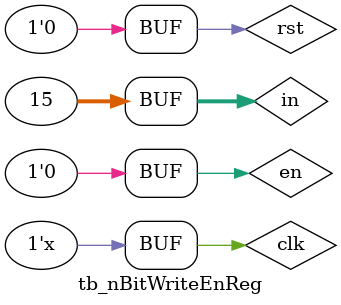
<source format=v>
`timescale 1ns / 1ps
module nBitWriteEnReg #(parameter width = 32)
							(input [width-1:0] din,
							input clk, rst, en,
							output reg [width-1:0] dout);
	always@(posedge clk) begin
		if (rst) dout <= 0;
		else if (en) dout <= din;
		else dout <= dout;
	end
endmodule

module tb_nBitWriteEnReg;
	parameter w = 32;
	reg [w-1:0] in;
	reg clk, rst, en;
	wire [w-1:0] out;

	nBitWriteEnReg #(.width(w)) t1 (.din(in), .clk(clk), .rst(rst), .en(en), .dout(out));

	initial clk = 0;
	always #5 clk = ~clk;

	initial begin
		in = 25; rst = 1; en = 0;
		#6 rst = 0;
		#4 en = 1;
		#50 in = 1;
		#10 en = 0;
		#50 in = 15;
	end
endmodule

</source>
